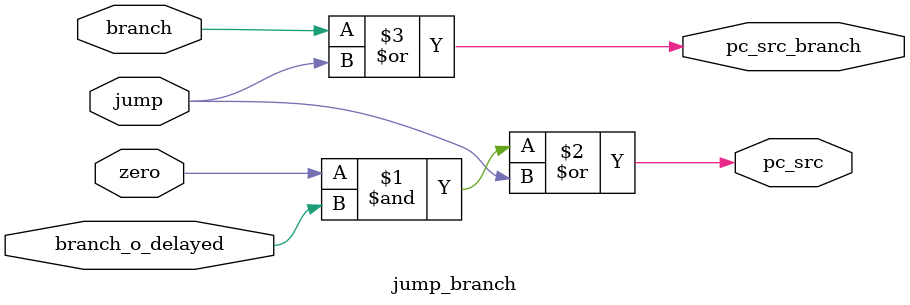
<source format=v>
`timescale 1ns / 1ps


module jump_branch(
    input zero,
    input branch,
    input jump,
    input branch_o_delayed,
    output pc_src,
    output pc_src_branch
    );
    assign pc_src = ((zero&branch_o_delayed)|jump);
//    assign pc_src = (branch | jump);
//  assign pc_src_branch = ((zero&branch)|jump) | branch_o_delayed;
    assign pc_src_branch = (branch | jump);
//    assign pc_src_branch = (branch_o_delayed | jump);

endmodule

</source>
